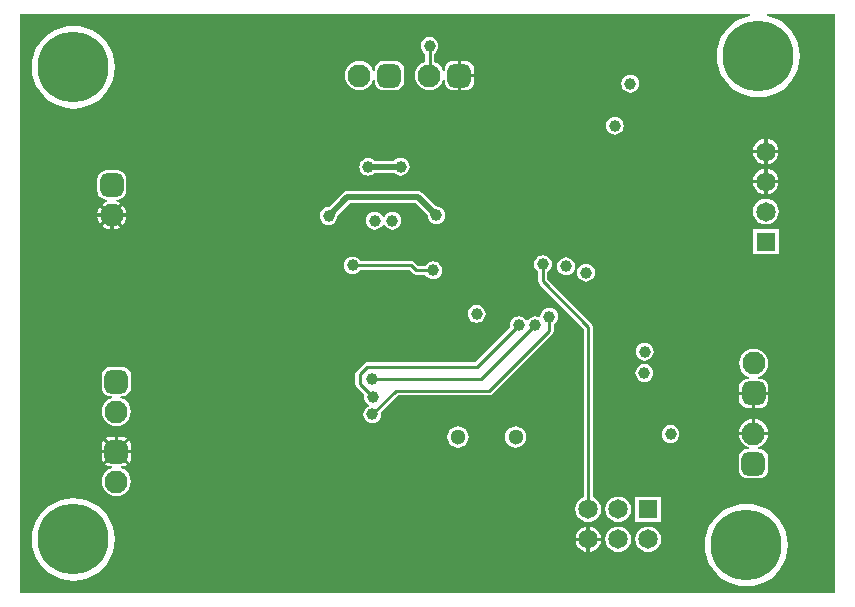
<source format=gbl>
G04*
G04 #@! TF.GenerationSoftware,Altium Limited,Altium Designer,20.2.5 (213)*
G04*
G04 Layer_Physical_Order=2*
G04 Layer_Color=16711680*
%FSLAX25Y25*%
%MOIN*%
G70*
G04*
G04 #@! TF.SameCoordinates,4AF3BCA7-DBB1-4E44-85BE-4205754FEF36*
G04*
G04*
G04 #@! TF.FilePolarity,Positive*
G04*
G01*
G75*
%ADD10C,0.01000*%
%ADD45C,0.01968*%
%ADD48C,0.07677*%
G04:AMPARAMS|DCode=49|XSize=76.77mil|YSize=76.77mil|CornerRadius=19.19mil|HoleSize=0mil|Usage=FLASHONLY|Rotation=90.000|XOffset=0mil|YOffset=0mil|HoleType=Round|Shape=RoundedRectangle|*
%AMROUNDEDRECTD49*
21,1,0.07677,0.03839,0,0,90.0*
21,1,0.03839,0.07677,0,0,90.0*
1,1,0.03839,0.01919,0.01919*
1,1,0.03839,0.01919,-0.01919*
1,1,0.03839,-0.01919,-0.01919*
1,1,0.03839,-0.01919,0.01919*
%
%ADD49ROUNDEDRECTD49*%
G04:AMPARAMS|DCode=50|XSize=76.77mil|YSize=76.77mil|CornerRadius=19.19mil|HoleSize=0mil|Usage=FLASHONLY|Rotation=180.000|XOffset=0mil|YOffset=0mil|HoleType=Round|Shape=RoundedRectangle|*
%AMROUNDEDRECTD50*
21,1,0.07677,0.03839,0,0,180.0*
21,1,0.03839,0.07677,0,0,180.0*
1,1,0.03839,-0.01919,0.01919*
1,1,0.03839,0.01919,0.01919*
1,1,0.03839,0.01919,-0.01919*
1,1,0.03839,-0.01919,-0.01919*
%
%ADD50ROUNDEDRECTD50*%
%ADD51C,0.05118*%
%ADD52R,0.06496X0.06496*%
%ADD53C,0.06496*%
%ADD54R,0.06496X0.06496*%
%ADD55C,0.23622*%
%ADD56C,0.03937*%
G36*
X273584Y-31496D02*
X273584Y-194843D01*
X2007D01*
Y-2007D01*
X245116D01*
X245176Y-2507D01*
X243729Y-2854D01*
X241725Y-3684D01*
X239876Y-4818D01*
X238226Y-6226D01*
X236818Y-7876D01*
X235684Y-9725D01*
X234854Y-11729D01*
X234348Y-13838D01*
X234178Y-16000D01*
X234348Y-18162D01*
X234854Y-20271D01*
X235684Y-22275D01*
X236818Y-24124D01*
X238226Y-25774D01*
X239876Y-27182D01*
X241725Y-28316D01*
X243729Y-29146D01*
X245838Y-29652D01*
X248000Y-29822D01*
X250162Y-29652D01*
X252271Y-29146D01*
X254275Y-28316D01*
X256124Y-27182D01*
X257774Y-25774D01*
X259182Y-24124D01*
X260316Y-22275D01*
X261146Y-20271D01*
X261652Y-18162D01*
X261822Y-16000D01*
X261652Y-13838D01*
X261146Y-11729D01*
X260316Y-9725D01*
X259182Y-7876D01*
X257774Y-6226D01*
X256124Y-4818D01*
X254275Y-3684D01*
X252271Y-2854D01*
X250824Y-2507D01*
X250884Y-2007D01*
X273584D01*
Y-31496D01*
D02*
G37*
%LPC*%
G36*
X150283Y-17636D02*
X148954D01*
Y-21910D01*
X153227D01*
Y-20581D01*
X153127Y-19819D01*
X152832Y-19108D01*
X152365Y-18499D01*
X151755Y-18031D01*
X151045Y-17737D01*
X150283Y-17636D01*
D02*
G37*
G36*
X115000Y-17636D02*
X113741Y-17801D01*
X112568Y-18287D01*
X111560Y-19060D01*
X110787Y-20068D01*
X110301Y-21241D01*
X110135Y-22500D01*
X110301Y-23759D01*
X110787Y-24932D01*
X111560Y-25940D01*
X112568Y-26713D01*
X113741Y-27199D01*
X115000Y-27364D01*
X116259Y-27199D01*
X117432Y-26713D01*
X118440Y-25940D01*
X119213Y-24932D01*
X119652Y-23871D01*
X120152Y-23971D01*
Y-24419D01*
X120252Y-25177D01*
X120545Y-25884D01*
X121010Y-26490D01*
X121616Y-26956D01*
X122323Y-27248D01*
X123081Y-27348D01*
X126919D01*
X127677Y-27248D01*
X128384Y-26956D01*
X128990Y-26490D01*
X129455Y-25884D01*
X129748Y-25177D01*
X129848Y-24419D01*
Y-20581D01*
X129748Y-19823D01*
X129455Y-19116D01*
X128990Y-18510D01*
X128384Y-18045D01*
X127677Y-17752D01*
X126919Y-17652D01*
X123081D01*
X122323Y-17752D01*
X121616Y-18045D01*
X121010Y-18510D01*
X120545Y-19116D01*
X120252Y-19823D01*
X120152Y-20581D01*
Y-21029D01*
X119652Y-21128D01*
X119213Y-20068D01*
X118440Y-19060D01*
X117432Y-18287D01*
X116259Y-17801D01*
X115000Y-17636D01*
D02*
G37*
G36*
X153227Y-23090D02*
X148954D01*
Y-27364D01*
X150283D01*
X151045Y-27263D01*
X151755Y-26969D01*
X152365Y-26501D01*
X152832Y-25892D01*
X153127Y-25181D01*
X153227Y-24419D01*
Y-23090D01*
D02*
G37*
G36*
X138385Y-9673D02*
X137614Y-9774D01*
X136896Y-10072D01*
X136279Y-10545D01*
X135805Y-11162D01*
X135508Y-11880D01*
X135406Y-12651D01*
X135508Y-13422D01*
X135805Y-14140D01*
X136279Y-14757D01*
X136871Y-15212D01*
Y-17898D01*
X135931Y-18287D01*
X134924Y-19060D01*
X134151Y-20068D01*
X133665Y-21241D01*
X133499Y-22500D01*
X133665Y-23759D01*
X134151Y-24932D01*
X134924Y-25940D01*
X135931Y-26713D01*
X137104Y-27199D01*
X138363Y-27364D01*
X139622Y-27199D01*
X140795Y-26713D01*
X141803Y-25940D01*
X142576Y-24932D01*
X142999Y-23910D01*
X143499Y-24009D01*
Y-24419D01*
X143600Y-25181D01*
X143894Y-25892D01*
X144362Y-26501D01*
X144972Y-26969D01*
X145682Y-27263D01*
X146444Y-27364D01*
X147773D01*
Y-22500D01*
Y-17636D01*
X146444D01*
X145682Y-17737D01*
X144972Y-18031D01*
X144362Y-18499D01*
X143894Y-19108D01*
X143600Y-19819D01*
X143499Y-20581D01*
Y-20991D01*
X142999Y-21090D01*
X142576Y-20068D01*
X141803Y-19060D01*
X140795Y-18287D01*
X139898Y-17916D01*
Y-15212D01*
X140490Y-14757D01*
X140964Y-14140D01*
X141261Y-13422D01*
X141363Y-12651D01*
X141261Y-11880D01*
X140964Y-11162D01*
X140490Y-10545D01*
X139874Y-10072D01*
X139155Y-9774D01*
X138385Y-9673D01*
D02*
G37*
G36*
X205293Y-22249D02*
X204522Y-22350D01*
X203804Y-22648D01*
X203187Y-23121D01*
X202714Y-23738D01*
X202416Y-24456D01*
X202315Y-25227D01*
X202416Y-25998D01*
X202714Y-26716D01*
X203187Y-27333D01*
X203804Y-27806D01*
X204522Y-28104D01*
X205293Y-28205D01*
X206064Y-28104D01*
X206782Y-27806D01*
X207399Y-27333D01*
X207872Y-26716D01*
X208170Y-25998D01*
X208271Y-25227D01*
X208170Y-24456D01*
X207872Y-23738D01*
X207399Y-23121D01*
X206782Y-22648D01*
X206064Y-22350D01*
X205293Y-22249D01*
D02*
G37*
G36*
X19685Y-5863D02*
X17523Y-6033D01*
X15414Y-6539D01*
X13410Y-7369D01*
X11561Y-8503D01*
X9911Y-9911D01*
X8503Y-11561D01*
X7369Y-13410D01*
X6539Y-15414D01*
X6033Y-17523D01*
X5863Y-19685D01*
X6033Y-21847D01*
X6539Y-23956D01*
X7369Y-25960D01*
X8503Y-27810D01*
X9911Y-29459D01*
X11561Y-30867D01*
X13410Y-32001D01*
X15414Y-32831D01*
X17523Y-33337D01*
X19685Y-33507D01*
X21847Y-33337D01*
X23956Y-32831D01*
X25960Y-32001D01*
X27810Y-30867D01*
X29459Y-29459D01*
X30867Y-27810D01*
X32001Y-25960D01*
X32831Y-23956D01*
X33337Y-21847D01*
X33507Y-19685D01*
X33337Y-17523D01*
X32831Y-15414D01*
X32001Y-13410D01*
X30867Y-11561D01*
X29459Y-9911D01*
X27810Y-8503D01*
X25960Y-7369D01*
X23956Y-6539D01*
X21847Y-6033D01*
X19685Y-5863D01*
D02*
G37*
G36*
X200159Y-36232D02*
X199389Y-36334D01*
X198670Y-36631D01*
X198054Y-37105D01*
X197580Y-37721D01*
X197283Y-38440D01*
X197181Y-39211D01*
X197283Y-39981D01*
X197580Y-40700D01*
X198054Y-41317D01*
X198670Y-41790D01*
X199389Y-42087D01*
X200159Y-42189D01*
X200930Y-42087D01*
X201649Y-41790D01*
X202265Y-41317D01*
X202739Y-40700D01*
X203036Y-39981D01*
X203138Y-39211D01*
X203036Y-38440D01*
X202739Y-37721D01*
X202265Y-37105D01*
X201649Y-36631D01*
X200930Y-36334D01*
X200159Y-36232D01*
D02*
G37*
G36*
X251091Y-43645D02*
Y-47262D01*
X254707D01*
X254639Y-46743D01*
X254211Y-45710D01*
X253530Y-44822D01*
X252642Y-44141D01*
X251609Y-43713D01*
X251091Y-43645D01*
D02*
G37*
G36*
X249909D02*
X249391Y-43713D01*
X248358Y-44141D01*
X247470Y-44822D01*
X246789Y-45710D01*
X246361Y-46743D01*
X246293Y-47262D01*
X249909D01*
Y-43645D01*
D02*
G37*
G36*
X128776Y-49933D02*
X128005Y-50034D01*
X127286Y-50332D01*
X126670Y-50805D01*
X126577Y-50926D01*
X120097D01*
X120038Y-50848D01*
X119421Y-50375D01*
X118703Y-50078D01*
X117932Y-49976D01*
X117161Y-50078D01*
X116443Y-50375D01*
X115826Y-50848D01*
X115353Y-51465D01*
X115055Y-52184D01*
X114954Y-52954D01*
X115055Y-53725D01*
X115353Y-54443D01*
X115826Y-55060D01*
X116443Y-55534D01*
X117161Y-55831D01*
X117932Y-55933D01*
X118703Y-55831D01*
X119421Y-55534D01*
X120038Y-55060D01*
X120130Y-54940D01*
X126610D01*
X126670Y-55017D01*
X127286Y-55490D01*
X128005Y-55788D01*
X128776Y-55889D01*
X129546Y-55788D01*
X130265Y-55490D01*
X130881Y-55017D01*
X131355Y-54400D01*
X131652Y-53682D01*
X131754Y-52911D01*
X131652Y-52140D01*
X131355Y-51422D01*
X130881Y-50805D01*
X130265Y-50332D01*
X129546Y-50034D01*
X128776Y-49933D01*
D02*
G37*
G36*
X249909Y-48443D02*
X246293D01*
X246361Y-48961D01*
X246789Y-49994D01*
X247470Y-50882D01*
X248358Y-51563D01*
X249391Y-51991D01*
X249909Y-52059D01*
Y-48443D01*
D02*
G37*
G36*
X254707D02*
X251091D01*
Y-52059D01*
X251609Y-51991D01*
X252642Y-51563D01*
X253530Y-50882D01*
X254211Y-49994D01*
X254639Y-48961D01*
X254707Y-48443D01*
D02*
G37*
G36*
X251091Y-53645D02*
Y-57262D01*
X254707D01*
X254639Y-56743D01*
X254211Y-55710D01*
X253530Y-54822D01*
X252642Y-54141D01*
X251609Y-53713D01*
X251091Y-53645D01*
D02*
G37*
G36*
X249909D02*
X249391Y-53713D01*
X248358Y-54141D01*
X247470Y-54822D01*
X246789Y-55710D01*
X246361Y-56743D01*
X246293Y-57262D01*
X249909D01*
Y-53645D01*
D02*
G37*
G36*
Y-58443D02*
X246293D01*
X246361Y-58961D01*
X246789Y-59994D01*
X247470Y-60882D01*
X248358Y-61563D01*
X249391Y-61991D01*
X249909Y-62059D01*
Y-58443D01*
D02*
G37*
G36*
X254707D02*
X251091D01*
Y-62059D01*
X251609Y-61991D01*
X252642Y-61563D01*
X253530Y-60882D01*
X254211Y-59994D01*
X254639Y-58961D01*
X254707Y-58443D01*
D02*
G37*
G36*
X34419Y-54152D02*
X30581D01*
X29823Y-54252D01*
X29116Y-54545D01*
X28510Y-55010D01*
X28045Y-55616D01*
X27752Y-56323D01*
X27652Y-57081D01*
Y-60919D01*
X27752Y-61677D01*
X28045Y-62384D01*
X28510Y-62990D01*
X29116Y-63455D01*
X29823Y-63748D01*
X30581Y-63848D01*
X30988D01*
X31087Y-64348D01*
X30060Y-64773D01*
X29049Y-65549D01*
X28273Y-66560D01*
X27786Y-67737D01*
X27697Y-68410D01*
X32500D01*
X37303D01*
X37214Y-67737D01*
X36726Y-66560D01*
X35951Y-65549D01*
X34940Y-64773D01*
X33913Y-64348D01*
X34012Y-63848D01*
X34419D01*
X35177Y-63748D01*
X35884Y-63455D01*
X36490Y-62990D01*
X36955Y-62384D01*
X37248Y-61677D01*
X37348Y-60919D01*
Y-57081D01*
X37248Y-56323D01*
X36955Y-55616D01*
X36490Y-55010D01*
X35884Y-54545D01*
X35177Y-54252D01*
X34419Y-54152D01*
D02*
G37*
G36*
X134595Y-60985D02*
X111042D01*
X110274Y-61138D01*
X109623Y-61573D01*
X104848Y-66348D01*
X104724Y-66331D01*
X103954Y-66433D01*
X103235Y-66730D01*
X102619Y-67204D01*
X102145Y-67821D01*
X101848Y-68539D01*
X101746Y-69310D01*
X101848Y-70081D01*
X102145Y-70799D01*
X102619Y-71416D01*
X103235Y-71889D01*
X103954Y-72186D01*
X104724Y-72288D01*
X105495Y-72186D01*
X106213Y-71889D01*
X106830Y-71416D01*
X107304Y-70799D01*
X107601Y-70081D01*
X107703Y-69310D01*
X107686Y-69186D01*
X111873Y-64999D01*
X133763D01*
X137733Y-68969D01*
X137717Y-69093D01*
X137819Y-69864D01*
X138116Y-70582D01*
X138590Y-71199D01*
X139206Y-71672D01*
X139925Y-71970D01*
X140696Y-72071D01*
X141466Y-71970D01*
X142185Y-71672D01*
X142801Y-71199D01*
X143275Y-70582D01*
X143572Y-69864D01*
X143674Y-69093D01*
X143572Y-68322D01*
X143275Y-67604D01*
X142801Y-66987D01*
X142185Y-66514D01*
X141466Y-66216D01*
X140696Y-66115D01*
X140572Y-66131D01*
X136014Y-61573D01*
X135363Y-61138D01*
X134595Y-60985D01*
D02*
G37*
G36*
X250500Y-63583D02*
X249395Y-63729D01*
X248366Y-64155D01*
X247481Y-64833D01*
X246803Y-65718D01*
X246377Y-66747D01*
X246231Y-67852D01*
X246377Y-68957D01*
X246803Y-69986D01*
X247481Y-70871D01*
X248366Y-71549D01*
X249395Y-71975D01*
X250500Y-72121D01*
X251605Y-71975D01*
X252634Y-71549D01*
X253519Y-70871D01*
X254197Y-69986D01*
X254623Y-68957D01*
X254769Y-67852D01*
X254623Y-66747D01*
X254197Y-65718D01*
X253519Y-64833D01*
X252634Y-64155D01*
X251605Y-63729D01*
X250500Y-63583D01*
D02*
G37*
G36*
X37303Y-69591D02*
X33091D01*
Y-73803D01*
X33763Y-73714D01*
X34940Y-73226D01*
X35951Y-72451D01*
X36726Y-71440D01*
X37214Y-70263D01*
X37303Y-69591D01*
D02*
G37*
G36*
X31909D02*
X27697D01*
X27786Y-70263D01*
X28273Y-71440D01*
X29049Y-72451D01*
X30060Y-73226D01*
X31237Y-73714D01*
X31909Y-73803D01*
Y-69591D01*
D02*
G37*
G36*
X120151Y-67888D02*
X119381Y-67989D01*
X118662Y-68287D01*
X118045Y-68760D01*
X117572Y-69377D01*
X117275Y-70095D01*
X117173Y-70866D01*
X117275Y-71636D01*
X117572Y-72355D01*
X118045Y-72972D01*
X118662Y-73445D01*
X119381Y-73743D01*
X120151Y-73844D01*
X120922Y-73743D01*
X121641Y-73445D01*
X122257Y-72972D01*
X122731Y-72355D01*
X122797Y-72194D01*
X123338D01*
X123405Y-72355D01*
X123878Y-72972D01*
X124495Y-73445D01*
X125213Y-73743D01*
X125984Y-73844D01*
X126755Y-73743D01*
X127473Y-73445D01*
X128090Y-72972D01*
X128563Y-72355D01*
X128861Y-71637D01*
X128963Y-70866D01*
X128861Y-70095D01*
X128563Y-69377D01*
X128090Y-68760D01*
X127473Y-68287D01*
X126755Y-67989D01*
X125984Y-67888D01*
X125213Y-67989D01*
X124495Y-68287D01*
X123878Y-68760D01*
X123405Y-69377D01*
X123338Y-69538D01*
X122797D01*
X122731Y-69377D01*
X122257Y-68760D01*
X121641Y-68287D01*
X120922Y-67989D01*
X120151Y-67888D01*
D02*
G37*
G36*
X254732Y-73620D02*
X246268D01*
Y-82084D01*
X254732D01*
Y-73620D01*
D02*
G37*
G36*
X183903Y-83127D02*
X183132Y-83228D01*
X182413Y-83526D01*
X181797Y-83999D01*
X181323Y-84616D01*
X181026Y-85334D01*
X180924Y-86105D01*
X181026Y-86876D01*
X181323Y-87594D01*
X181797Y-88211D01*
X182413Y-88684D01*
X183132Y-88982D01*
X183903Y-89083D01*
X184674Y-88982D01*
X185392Y-88684D01*
X186009Y-88211D01*
X186482Y-87594D01*
X186779Y-86876D01*
X186881Y-86105D01*
X186779Y-85334D01*
X186482Y-84616D01*
X186009Y-83999D01*
X185392Y-83526D01*
X184674Y-83228D01*
X183903Y-83127D01*
D02*
G37*
G36*
X112811Y-82846D02*
X112040Y-82948D01*
X111322Y-83245D01*
X110705Y-83719D01*
X110232Y-84336D01*
X109935Y-85054D01*
X109833Y-85825D01*
X109935Y-86595D01*
X110232Y-87314D01*
X110705Y-87931D01*
X111322Y-88404D01*
X112040Y-88701D01*
X112811Y-88803D01*
X113582Y-88701D01*
X114300Y-88404D01*
X114917Y-87931D01*
X115372Y-87338D01*
X131655D01*
X132788Y-88472D01*
X132788Y-88472D01*
X133279Y-88800D01*
X133858Y-88915D01*
X137034D01*
X137489Y-89508D01*
X138105Y-89981D01*
X138824Y-90278D01*
X139594Y-90380D01*
X140365Y-90278D01*
X141084Y-89981D01*
X141700Y-89508D01*
X142174Y-88891D01*
X142471Y-88172D01*
X142573Y-87402D01*
X142471Y-86631D01*
X142174Y-85913D01*
X141700Y-85296D01*
X141084Y-84822D01*
X140365Y-84525D01*
X139594Y-84423D01*
X138824Y-84525D01*
X138105Y-84822D01*
X137489Y-85296D01*
X137034Y-85888D01*
X134485D01*
X133352Y-84755D01*
X132861Y-84427D01*
X132281Y-84311D01*
X132281Y-84311D01*
X115372D01*
X114917Y-83719D01*
X114300Y-83245D01*
X113582Y-82948D01*
X112811Y-82846D01*
D02*
G37*
G36*
X190551Y-85211D02*
X189780Y-85312D01*
X189062Y-85610D01*
X188445Y-86083D01*
X187972Y-86700D01*
X187674Y-87418D01*
X187573Y-88189D01*
X187674Y-88960D01*
X187972Y-89678D01*
X188445Y-90295D01*
X189062Y-90768D01*
X189780Y-91066D01*
X190551Y-91167D01*
X191322Y-91066D01*
X192040Y-90768D01*
X192657Y-90295D01*
X193130Y-89678D01*
X193428Y-88960D01*
X193529Y-88189D01*
X193428Y-87418D01*
X193130Y-86700D01*
X192657Y-86083D01*
X192040Y-85610D01*
X191322Y-85312D01*
X190551Y-85211D01*
D02*
G37*
G36*
X178315Y-99869D02*
X177544Y-99971D01*
X176826Y-100268D01*
X176209Y-100741D01*
X175736Y-101358D01*
X175438Y-102076D01*
X175337Y-102847D01*
X175339Y-102867D01*
X174873Y-103154D01*
X174326Y-102928D01*
X173556Y-102826D01*
X172785Y-102928D01*
X172066Y-103226D01*
X171450Y-103699D01*
X171132Y-104113D01*
X170973Y-104148D01*
X170575Y-104116D01*
X170540Y-104098D01*
X170163Y-103606D01*
X169546Y-103133D01*
X168827Y-102836D01*
X168057Y-102734D01*
X167286Y-102836D01*
X166568Y-103133D01*
X165951Y-103606D01*
X165477Y-104223D01*
X165180Y-104941D01*
X165078Y-105712D01*
X165176Y-106453D01*
X153538Y-118091D01*
X117515D01*
X116936Y-118206D01*
X116445Y-118534D01*
X116445Y-118534D01*
X114136Y-120843D01*
X113808Y-121334D01*
X113693Y-121914D01*
X113693Y-121914D01*
Y-125300D01*
X113693Y-125300D01*
X113808Y-125879D01*
X114136Y-126370D01*
X116624Y-128858D01*
X116527Y-129599D01*
X116628Y-130370D01*
X116926Y-131088D01*
X117399Y-131705D01*
X118016Y-132178D01*
X118100Y-132213D01*
Y-132754D01*
X117812Y-132874D01*
X117196Y-133347D01*
X116722Y-133964D01*
X116425Y-134682D01*
X116323Y-135453D01*
X116425Y-136224D01*
X116722Y-136942D01*
X117196Y-137559D01*
X117812Y-138032D01*
X118531Y-138330D01*
X119301Y-138431D01*
X120072Y-138330D01*
X120791Y-138032D01*
X121407Y-137559D01*
X121881Y-136942D01*
X122178Y-136224D01*
X122280Y-135453D01*
X122182Y-134712D01*
X127822Y-129072D01*
X158268D01*
X158268Y-129072D01*
X158847Y-128957D01*
X159338Y-128629D01*
X179385Y-108582D01*
X179385Y-108582D01*
X179713Y-108091D01*
X179829Y-107512D01*
X179829Y-107512D01*
Y-105408D01*
X180421Y-104953D01*
X180894Y-104336D01*
X181192Y-103618D01*
X181293Y-102847D01*
X181192Y-102076D01*
X180894Y-101358D01*
X180421Y-100741D01*
X179804Y-100268D01*
X179086Y-99971D01*
X178315Y-99869D01*
D02*
G37*
G36*
X154135Y-98964D02*
X153365Y-99066D01*
X152646Y-99363D01*
X152029Y-99836D01*
X151556Y-100453D01*
X151259Y-101172D01*
X151157Y-101942D01*
X151259Y-102713D01*
X151556Y-103431D01*
X152029Y-104048D01*
X152646Y-104522D01*
X153365Y-104819D01*
X154135Y-104921D01*
X154906Y-104819D01*
X155624Y-104522D01*
X156241Y-104048D01*
X156714Y-103431D01*
X157012Y-102713D01*
X157114Y-101942D01*
X157012Y-101172D01*
X156714Y-100453D01*
X156241Y-99836D01*
X155624Y-99363D01*
X154906Y-99066D01*
X154135Y-98964D01*
D02*
G37*
G36*
X210105Y-111558D02*
X209335Y-111660D01*
X208616Y-111957D01*
X208000Y-112431D01*
X207526Y-113047D01*
X207229Y-113766D01*
X207127Y-114537D01*
X207229Y-115307D01*
X207526Y-116026D01*
X208000Y-116642D01*
X208616Y-117116D01*
X209335Y-117413D01*
X210105Y-117515D01*
X210876Y-117413D01*
X211595Y-117116D01*
X212211Y-116642D01*
X212685Y-116026D01*
X212982Y-115307D01*
X213084Y-114537D01*
X212982Y-113766D01*
X212685Y-113047D01*
X212211Y-112431D01*
X211595Y-111957D01*
X210876Y-111660D01*
X210105Y-111558D01*
D02*
G37*
G36*
X209970Y-118698D02*
X209199Y-118799D01*
X208481Y-119097D01*
X207864Y-119570D01*
X207391Y-120187D01*
X207093Y-120905D01*
X206992Y-121676D01*
X207093Y-122447D01*
X207391Y-123165D01*
X207864Y-123782D01*
X208481Y-124255D01*
X209199Y-124553D01*
X209970Y-124654D01*
X210741Y-124553D01*
X211459Y-124255D01*
X212076Y-123782D01*
X212549Y-123165D01*
X212847Y-122447D01*
X212948Y-121676D01*
X212847Y-120905D01*
X212549Y-120187D01*
X212076Y-119570D01*
X211459Y-119097D01*
X210741Y-118799D01*
X209970Y-118698D01*
D02*
G37*
G36*
X246456Y-113616D02*
X245197Y-113782D01*
X244023Y-114268D01*
X243016Y-115041D01*
X242243Y-116048D01*
X241757Y-117221D01*
X241591Y-118480D01*
X241757Y-119739D01*
X242243Y-120913D01*
X243016Y-121920D01*
X244023Y-122693D01*
X245046Y-123117D01*
X244946Y-123617D01*
X244536D01*
X243774Y-123717D01*
X243064Y-124011D01*
X242454Y-124479D01*
X241986Y-125089D01*
X241692Y-125799D01*
X241592Y-126561D01*
Y-127890D01*
X246456D01*
X251319D01*
Y-126561D01*
X251219Y-125799D01*
X250925Y-125089D01*
X250457Y-124479D01*
X249847Y-124011D01*
X249137Y-123717D01*
X248375Y-123617D01*
X247965D01*
X247865Y-123117D01*
X248888Y-122693D01*
X249895Y-121920D01*
X250668Y-120913D01*
X251154Y-119739D01*
X251320Y-118480D01*
X251154Y-117221D01*
X250668Y-116048D01*
X249895Y-115041D01*
X248888Y-114268D01*
X247715Y-113782D01*
X246456Y-113616D01*
D02*
G37*
G36*
X251319Y-129071D02*
X247046D01*
Y-133344D01*
X248375D01*
X249137Y-133244D01*
X249847Y-132950D01*
X250457Y-132482D01*
X250925Y-131872D01*
X251219Y-131162D01*
X251319Y-130400D01*
Y-129071D01*
D02*
G37*
G36*
X245865D02*
X241592D01*
Y-130400D01*
X241692Y-131162D01*
X241986Y-131872D01*
X242454Y-132482D01*
X243064Y-132950D01*
X243774Y-133244D01*
X244536Y-133344D01*
X245865D01*
Y-129071D01*
D02*
G37*
G36*
X35919Y-119652D02*
X32081D01*
X31323Y-119752D01*
X30616Y-120045D01*
X30010Y-120510D01*
X29544Y-121116D01*
X29252Y-121823D01*
X29152Y-122581D01*
Y-126419D01*
X29252Y-127177D01*
X29544Y-127884D01*
X30010Y-128490D01*
X30616Y-128955D01*
X31323Y-129248D01*
X32081Y-129348D01*
X32529D01*
X32629Y-129848D01*
X31568Y-130287D01*
X30560Y-131060D01*
X29787Y-132068D01*
X29301Y-133241D01*
X29136Y-134500D01*
X29301Y-135759D01*
X29787Y-136932D01*
X30560Y-137940D01*
X31568Y-138713D01*
X32741Y-139199D01*
X34000Y-139365D01*
X35259Y-139199D01*
X36432Y-138713D01*
X37440Y-137940D01*
X38213Y-136932D01*
X38699Y-135759D01*
X38864Y-134500D01*
X38699Y-133241D01*
X38213Y-132068D01*
X37440Y-131060D01*
X36432Y-130287D01*
X35372Y-129848D01*
X35471Y-129348D01*
X35919D01*
X36677Y-129248D01*
X37384Y-128955D01*
X37990Y-128490D01*
X38456Y-127884D01*
X38748Y-127177D01*
X38848Y-126419D01*
Y-122581D01*
X38748Y-121823D01*
X38456Y-121116D01*
X37990Y-120510D01*
X37384Y-120045D01*
X36677Y-119752D01*
X35919Y-119652D01*
D02*
G37*
G36*
X246937Y-137041D02*
Y-141253D01*
X251149D01*
X251060Y-140580D01*
X250573Y-139403D01*
X249797Y-138393D01*
X248786Y-137617D01*
X247609Y-137129D01*
X246937Y-137041D01*
D02*
G37*
G36*
X245756Y-137041D02*
X245083Y-137129D01*
X243906Y-137617D01*
X242896Y-138393D01*
X242120Y-139403D01*
X241632Y-140580D01*
X241544Y-141253D01*
X245756D01*
Y-137041D01*
D02*
G37*
G36*
X218728Y-139041D02*
X217957Y-139142D01*
X217239Y-139440D01*
X216622Y-139913D01*
X216149Y-140530D01*
X215851Y-141248D01*
X215750Y-142019D01*
X215851Y-142790D01*
X216149Y-143508D01*
X216622Y-144125D01*
X217239Y-144598D01*
X217957Y-144896D01*
X218728Y-144997D01*
X219499Y-144896D01*
X220217Y-144598D01*
X220834Y-144125D01*
X221307Y-143508D01*
X221605Y-142790D01*
X221706Y-142019D01*
X221605Y-141248D01*
X221307Y-140530D01*
X220834Y-139913D01*
X220217Y-139440D01*
X219499Y-139142D01*
X218728Y-139041D01*
D02*
G37*
G36*
X167106Y-139426D02*
X166181Y-139548D01*
X165319Y-139905D01*
X164579Y-140473D01*
X164011Y-141213D01*
X163654Y-142075D01*
X163532Y-143000D01*
X163654Y-143925D01*
X164011Y-144787D01*
X164579Y-145527D01*
X165319Y-146095D01*
X166181Y-146452D01*
X167106Y-146574D01*
X168031Y-146452D01*
X168893Y-146095D01*
X169633Y-145527D01*
X170201Y-144787D01*
X170558Y-143925D01*
X170680Y-143000D01*
X170558Y-142075D01*
X170201Y-141213D01*
X169633Y-140473D01*
X168893Y-139905D01*
X168031Y-139548D01*
X167106Y-139426D01*
D02*
G37*
G36*
X147894D02*
X146969Y-139548D01*
X146107Y-139905D01*
X145367Y-140473D01*
X144799Y-141213D01*
X144442Y-142075D01*
X144320Y-143000D01*
X144442Y-143925D01*
X144799Y-144787D01*
X145367Y-145527D01*
X146107Y-146095D01*
X146969Y-146452D01*
X147894Y-146574D01*
X148819Y-146452D01*
X149681Y-146095D01*
X150421Y-145527D01*
X150989Y-144787D01*
X151346Y-143925D01*
X151468Y-143000D01*
X151346Y-142075D01*
X150989Y-141213D01*
X150421Y-140473D01*
X149681Y-139905D01*
X148819Y-139548D01*
X147894Y-139426D01*
D02*
G37*
G36*
X35919Y-142999D02*
X34591D01*
Y-147273D01*
X38864D01*
Y-145944D01*
X38763Y-145182D01*
X38469Y-144472D01*
X38001Y-143862D01*
X37391Y-143394D01*
X36681Y-143100D01*
X35919Y-142999D01*
D02*
G37*
G36*
X33409D02*
X32081D01*
X31319Y-143100D01*
X30608Y-143394D01*
X29999Y-143862D01*
X29531Y-144472D01*
X29237Y-145182D01*
X29136Y-145944D01*
Y-147273D01*
X33409D01*
Y-142999D01*
D02*
G37*
G36*
X251149Y-142434D02*
X246346D01*
X241544D01*
X241632Y-143107D01*
X242120Y-144284D01*
X242896Y-145294D01*
X243906Y-146070D01*
X244934Y-146496D01*
X244834Y-146996D01*
X244427D01*
X243669Y-147095D01*
X242963Y-147388D01*
X242356Y-147853D01*
X241891Y-148460D01*
X241598Y-149166D01*
X241498Y-149924D01*
Y-153763D01*
X241598Y-154521D01*
X241891Y-155227D01*
X242356Y-155834D01*
X242963Y-156299D01*
X243669Y-156592D01*
X244427Y-156691D01*
X248266D01*
X249024Y-156592D01*
X249730Y-156299D01*
X250337Y-155834D01*
X250802Y-155227D01*
X251095Y-154521D01*
X251194Y-153763D01*
Y-149924D01*
X251095Y-149166D01*
X250802Y-148460D01*
X250337Y-147853D01*
X249730Y-147388D01*
X249024Y-147095D01*
X248266Y-146996D01*
X247858D01*
X247759Y-146496D01*
X248786Y-146070D01*
X249797Y-145294D01*
X250573Y-144284D01*
X251060Y-143107D01*
X251149Y-142434D01*
D02*
G37*
G36*
X38864Y-148454D02*
X34000D01*
X29136D01*
Y-149783D01*
X29237Y-150545D01*
X29531Y-151255D01*
X29999Y-151865D01*
X30608Y-152332D01*
X31319Y-152627D01*
X32081Y-152727D01*
X32491D01*
X32590Y-153227D01*
X31568Y-153650D01*
X30560Y-154423D01*
X29787Y-155431D01*
X29301Y-156604D01*
X29136Y-157863D01*
X29301Y-159122D01*
X29787Y-160295D01*
X30560Y-161303D01*
X31568Y-162076D01*
X32741Y-162562D01*
X34000Y-162728D01*
X35259Y-162562D01*
X36432Y-162076D01*
X37440Y-161303D01*
X38213Y-160295D01*
X38699Y-159122D01*
X38864Y-157863D01*
X38699Y-156604D01*
X38213Y-155431D01*
X37440Y-154423D01*
X36432Y-153650D01*
X35410Y-153227D01*
X35509Y-152727D01*
X35919D01*
X36681Y-152627D01*
X37391Y-152332D01*
X38001Y-151865D01*
X38469Y-151255D01*
X38763Y-150545D01*
X38864Y-149783D01*
Y-148454D01*
D02*
G37*
G36*
X215494Y-162872D02*
X207030D01*
Y-171337D01*
X215494D01*
Y-162872D01*
D02*
G37*
G36*
X201262Y-162836D02*
X200157Y-162981D01*
X199127Y-163407D01*
X198243Y-164086D01*
X197565Y-164970D01*
X197139Y-165999D01*
X196993Y-167104D01*
X197139Y-168209D01*
X197565Y-169239D01*
X198243Y-170123D01*
X199127Y-170801D01*
X200157Y-171228D01*
X201262Y-171373D01*
X202367Y-171228D01*
X203396Y-170801D01*
X204280Y-170123D01*
X204959Y-169239D01*
X205385Y-168209D01*
X205531Y-167104D01*
X205385Y-165999D01*
X204959Y-164970D01*
X204280Y-164086D01*
X203396Y-163407D01*
X202367Y-162981D01*
X201262Y-162836D01*
D02*
G37*
G36*
X176174Y-82413D02*
X175404Y-82515D01*
X174685Y-82812D01*
X174069Y-83285D01*
X173595Y-83902D01*
X173298Y-84621D01*
X173196Y-85391D01*
X173298Y-86162D01*
X173595Y-86881D01*
X174069Y-87497D01*
X174661Y-87952D01*
Y-91135D01*
X174661Y-91135D01*
X174776Y-91714D01*
X175104Y-92205D01*
X189749Y-106849D01*
Y-163150D01*
X189128Y-163407D01*
X188243Y-164086D01*
X187565Y-164970D01*
X187138Y-165999D01*
X186993Y-167104D01*
X187138Y-168209D01*
X187565Y-169239D01*
X188243Y-170123D01*
X189128Y-170801D01*
X190157Y-171228D01*
X191262Y-171373D01*
X192367Y-171228D01*
X193396Y-170801D01*
X194280Y-170123D01*
X194959Y-169239D01*
X195385Y-168209D01*
X195531Y-167104D01*
X195385Y-165999D01*
X194959Y-164970D01*
X194280Y-164086D01*
X193396Y-163407D01*
X192775Y-163150D01*
Y-106222D01*
X192660Y-105643D01*
X192332Y-105152D01*
X192332Y-105152D01*
X177688Y-90508D01*
Y-87952D01*
X178280Y-87497D01*
X178754Y-86881D01*
X179051Y-86162D01*
X179153Y-85391D01*
X179051Y-84621D01*
X178754Y-83902D01*
X178280Y-83285D01*
X177664Y-82812D01*
X176945Y-82515D01*
X176174Y-82413D01*
D02*
G37*
G36*
X191852Y-172897D02*
Y-176514D01*
X195469D01*
X195401Y-175995D01*
X194973Y-174962D01*
X194292Y-174075D01*
X193404Y-173394D01*
X192371Y-172966D01*
X191852Y-172897D01*
D02*
G37*
G36*
X190671D02*
X190153Y-172966D01*
X189120Y-173394D01*
X188232Y-174075D01*
X187551Y-174962D01*
X187123Y-175995D01*
X187055Y-176514D01*
X190671D01*
Y-172897D01*
D02*
G37*
G36*
X195469Y-177695D02*
X191852D01*
Y-181311D01*
X192371Y-181243D01*
X193404Y-180815D01*
X194292Y-180134D01*
X194973Y-179247D01*
X195401Y-178213D01*
X195469Y-177695D01*
D02*
G37*
G36*
X190671D02*
X187055D01*
X187123Y-178213D01*
X187551Y-179247D01*
X188232Y-180134D01*
X189120Y-180815D01*
X190153Y-181243D01*
X190671Y-181311D01*
Y-177695D01*
D02*
G37*
G36*
X211262Y-172836D02*
X210157Y-172981D01*
X209127Y-173407D01*
X208243Y-174086D01*
X207565Y-174970D01*
X207138Y-175999D01*
X206993Y-177104D01*
X207138Y-178209D01*
X207565Y-179239D01*
X208243Y-180123D01*
X209127Y-180801D01*
X210157Y-181228D01*
X211262Y-181373D01*
X212367Y-181228D01*
X213396Y-180801D01*
X214280Y-180123D01*
X214959Y-179239D01*
X215385Y-178209D01*
X215531Y-177104D01*
X215385Y-175999D01*
X214959Y-174970D01*
X214280Y-174086D01*
X213396Y-173407D01*
X212367Y-172981D01*
X211262Y-172836D01*
D02*
G37*
G36*
X201262D02*
X200157Y-172981D01*
X199127Y-173407D01*
X198243Y-174086D01*
X197565Y-174970D01*
X197139Y-175999D01*
X196993Y-177104D01*
X197139Y-178209D01*
X197565Y-179239D01*
X198243Y-180123D01*
X199127Y-180801D01*
X200157Y-181228D01*
X201262Y-181373D01*
X202367Y-181228D01*
X203396Y-180801D01*
X204280Y-180123D01*
X204959Y-179239D01*
X205385Y-178209D01*
X205531Y-177104D01*
X205385Y-175999D01*
X204959Y-174970D01*
X204280Y-174086D01*
X203396Y-173407D01*
X202367Y-172981D01*
X201262Y-172836D01*
D02*
G37*
G36*
X19685Y-163343D02*
X17523Y-163513D01*
X15414Y-164020D01*
X13410Y-164850D01*
X11561Y-165983D01*
X9911Y-167392D01*
X8503Y-169041D01*
X7369Y-170890D01*
X6539Y-172894D01*
X6033Y-175003D01*
X5863Y-177165D01*
X6033Y-179328D01*
X6539Y-181437D01*
X7369Y-183440D01*
X8503Y-185290D01*
X9911Y-186939D01*
X11561Y-188348D01*
X13410Y-189481D01*
X15414Y-190311D01*
X17523Y-190817D01*
X19685Y-190988D01*
X21847Y-190817D01*
X23956Y-190311D01*
X25960Y-189481D01*
X27810Y-188348D01*
X29459Y-186939D01*
X30867Y-185290D01*
X32001Y-183440D01*
X32831Y-181437D01*
X33337Y-179328D01*
X33507Y-177165D01*
X33337Y-175003D01*
X32831Y-172894D01*
X32001Y-170890D01*
X30867Y-169041D01*
X29459Y-167392D01*
X27810Y-165983D01*
X25960Y-164850D01*
X23956Y-164020D01*
X21847Y-163513D01*
X19685Y-163343D01*
D02*
G37*
G36*
X244000Y-165178D02*
X241838Y-165348D01*
X239729Y-165854D01*
X237725Y-166684D01*
X235876Y-167818D01*
X234226Y-169226D01*
X232818Y-170876D01*
X231684Y-172725D01*
X230854Y-174729D01*
X230348Y-176838D01*
X230178Y-179000D01*
X230348Y-181162D01*
X230854Y-183271D01*
X231684Y-185275D01*
X232818Y-187124D01*
X234226Y-188774D01*
X235876Y-190182D01*
X237725Y-191316D01*
X239729Y-192146D01*
X241838Y-192652D01*
X244000Y-192822D01*
X246162Y-192652D01*
X248271Y-192146D01*
X250275Y-191316D01*
X252124Y-190182D01*
X253774Y-188774D01*
X255182Y-187124D01*
X256316Y-185275D01*
X257146Y-183271D01*
X257652Y-181162D01*
X257822Y-179000D01*
X257652Y-176838D01*
X257146Y-174729D01*
X256316Y-172725D01*
X255182Y-170876D01*
X253774Y-169226D01*
X252124Y-167818D01*
X250275Y-166684D01*
X248271Y-165854D01*
X246162Y-165348D01*
X244000Y-165178D01*
D02*
G37*
%LPD*%
D10*
X33731Y-147625D02*
X39941Y-153835D01*
X28917Y-142811D02*
X33731Y-147625D01*
X38236Y-143119D01*
X27213Y-154143D02*
X33731Y-147625D01*
X25058Y-75583D02*
X36081Y-64560D01*
X28346Y-65354D02*
X39370Y-76378D01*
X119505Y-129599D02*
Y-129599D01*
X115206Y-125300D02*
Y-121914D01*
Y-125300D02*
X119505Y-129599D01*
X112811Y-85825D02*
X132281D01*
X133858Y-87402D01*
X139594D01*
X117515Y-119604D02*
X154165D01*
X115206Y-121914D02*
X117515Y-119604D01*
X154165D02*
X168057Y-105712D01*
X158268Y-127559D02*
X178315Y-107512D01*
X127195Y-127559D02*
X158268D01*
X178315Y-107512D02*
Y-102847D01*
X119301Y-135453D02*
X127195Y-127559D01*
X119301Y-123711D02*
X155650D01*
X173556Y-105805D01*
X176174Y-91135D02*
Y-85391D01*
Y-91135D02*
X191262Y-106222D01*
Y-167104D02*
Y-106222D01*
X117932Y-52954D02*
X117954Y-52933D01*
X128754D02*
X128776Y-52911D01*
X138363Y-22500D02*
X138385Y-22479D01*
Y-12651D01*
D45*
X134595Y-62992D02*
X140696Y-69093D01*
X104724Y-69310D02*
X111042Y-62992D01*
X134595D01*
X117954Y-52933D02*
X128754D01*
D48*
X246346Y-141843D02*
D03*
X32500Y-69000D02*
D03*
X34000Y-134500D02*
D03*
X115000Y-22500D02*
D03*
X246456Y-118480D02*
D03*
X138363Y-22500D02*
D03*
X34000Y-157863D02*
D03*
D49*
X246346Y-151844D02*
D03*
X32500Y-59000D02*
D03*
X34000Y-124500D02*
D03*
X246456Y-128480D02*
D03*
X34000Y-147863D02*
D03*
D50*
X125000Y-22500D02*
D03*
X148363D02*
D03*
D51*
X147894Y-143000D02*
D03*
X167106D02*
D03*
D52*
X211262Y-167104D02*
D03*
D53*
Y-177104D02*
D03*
X201262Y-167104D02*
D03*
Y-177104D02*
D03*
X191262Y-167104D02*
D03*
Y-177104D02*
D03*
X250500Y-47852D02*
D03*
Y-57852D02*
D03*
Y-67852D02*
D03*
D54*
Y-77852D02*
D03*
D55*
X19685Y-19685D02*
D03*
X248000Y-16000D02*
D03*
X244000Y-179000D02*
D03*
X19685Y-177165D02*
D03*
D56*
X182677Y-67716D02*
D03*
X61975Y-129796D02*
D03*
X44586Y-129874D02*
D03*
X185574Y-110136D02*
D03*
X225197Y-141732D02*
D03*
X238583Y-97638D02*
D03*
X192126Y-46457D02*
D03*
X119685Y-30709D02*
D03*
X131496Y-41732D02*
D03*
X144882Y-54331D02*
D03*
X151181Y-74803D02*
D03*
X210105Y-114537D02*
D03*
X209936Y-128240D02*
D03*
X209970Y-121676D02*
D03*
X216535Y-61417D02*
D03*
X211811Y-108661D02*
D03*
X200159Y-39211D02*
D03*
X206102Y-13240D02*
D03*
X179646Y-20656D02*
D03*
X183903Y-86105D02*
D03*
X190551Y-88189D02*
D03*
X176174Y-85391D02*
D03*
X168057Y-105712D02*
D03*
X173556Y-105805D02*
D03*
X178315Y-102847D02*
D03*
X120151Y-70866D02*
D03*
X139594Y-87402D02*
D03*
X154135Y-101942D02*
D03*
X112811Y-85825D02*
D03*
X113012Y-80859D02*
D03*
X104724Y-69310D02*
D03*
X120923Y-97526D02*
D03*
X128275Y-97767D02*
D03*
X125984Y-70866D02*
D03*
X134066Y-115169D02*
D03*
X119301Y-135453D02*
D03*
Y-123711D02*
D03*
X119505Y-129599D02*
D03*
X55905Y-154331D02*
D03*
X87527Y-66210D02*
D03*
Y-73297D02*
D03*
Y-59123D02*
D03*
X87178Y-123940D02*
D03*
X87527Y-80383D02*
D03*
X80440Y-52037D02*
D03*
X87527D02*
D03*
X80440Y-59123D02*
D03*
X55118Y-104724D02*
D03*
X218728Y-142019D02*
D03*
X128776Y-52911D02*
D03*
X117932Y-52954D02*
D03*
X138385Y-12651D02*
D03*
X205293Y-25227D02*
D03*
X80440Y-73297D02*
D03*
Y-80383D02*
D03*
Y-66210D02*
D03*
X88967Y-160095D02*
D03*
X142526Y-102000D02*
D03*
X153852Y-162541D02*
D03*
X160955D02*
D03*
X140696Y-69093D02*
D03*
X111617Y-119097D02*
D03*
X73779Y-146186D02*
D03*
X181376Y-35050D02*
D03*
M02*

</source>
